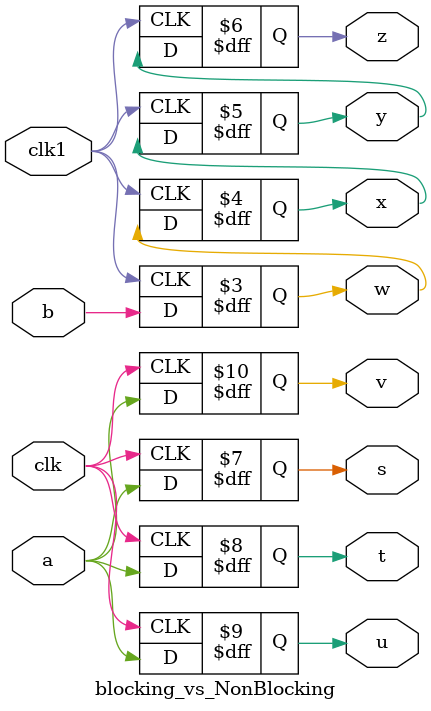
<source format=v>
module blocking_vs_NonBlocking( a,b,s,t,u,v,w,x,y,z,clk,clk1);
input a,b;
input clk,clk1;
output reg w,x,y,z;
output  reg s,t,u,v;

always@(posedge clk)
 begin
    s=a;
    t=s;
    u=t;
    v=u;
    
   
  end
  
always@(posedge clk1)
   begin
      w<=b;
      x<=w;
      y<=x;
      z<=y;
      
     
    end
    
    
  
endmodule

</source>
